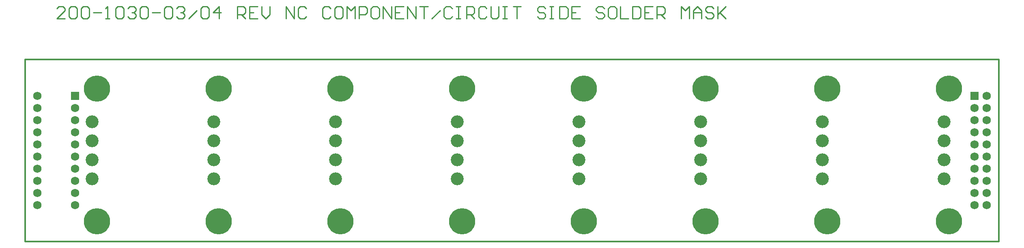
<source format=gbs>
*%FSLAX23Y23*%
*%MOIN*%
G01*
%ADD11C,0.006*%
%ADD12C,0.007*%
%ADD13C,0.010*%
%ADD14C,0.012*%
%ADD15C,0.036*%
%ADD16C,0.055*%
%ADD17C,0.056*%
%ADD18C,0.062*%
%ADD19C,0.068*%
%ADD20C,0.075*%
%ADD21C,0.100*%
%ADD22C,0.106*%
%ADD23C,0.200*%
%ADD24C,0.210*%
%ADD25C,0.216*%
%ADD26C,0.220*%
%ADD27R,0.062X0.062*%
%ADD28R,0.068X0.068*%
%ADD29R,0.230X0.230*%
%ADD30R,0.250X0.250*%
D13*
X6168Y8873D02*
X6235D01*
X6168D02*
X6235Y8940D01*
Y8956D01*
X6218Y8973D01*
X6185D01*
X6168Y8956D01*
X6268D02*
X6285Y8973D01*
X6318D01*
X6335Y8956D01*
Y8890D01*
X6318Y8873D01*
X6285D01*
X6268Y8890D01*
Y8956D01*
X6368D02*
X6385Y8973D01*
X6418D01*
X6435Y8956D01*
Y8890D01*
X6418Y8873D01*
X6385D01*
X6368Y8890D01*
Y8956D01*
X6468Y8923D02*
X6535D01*
X6568Y8873D02*
X6601D01*
X6585D01*
Y8973D01*
X6586D01*
X6585D02*
X6568Y8956D01*
X6651D02*
X6668Y8973D01*
X6701D01*
X6718Y8956D01*
Y8890D01*
X6701Y8873D01*
X6668D01*
X6651Y8890D01*
Y8956D01*
X6751D02*
X6768Y8973D01*
X6801D01*
X6818Y8956D01*
Y8940D01*
X6819D01*
X6818D02*
X6819D01*
X6818D02*
X6819D01*
X6818D02*
X6801Y8923D01*
X6784D01*
X6801D01*
X6818Y8906D01*
Y8890D01*
X6801Y8873D01*
X6768D01*
X6751Y8890D01*
X6851Y8956D02*
X6868Y8973D01*
X6901D01*
X6918Y8956D01*
Y8890D01*
X6901Y8873D01*
X6868D01*
X6851Y8890D01*
Y8956D01*
X6951Y8923D02*
X7018D01*
X7051Y8956D02*
X7068Y8973D01*
X7101D01*
X7118Y8956D01*
Y8890D01*
X7101Y8873D01*
X7068D01*
X7051Y8890D01*
Y8956D01*
X7151D02*
X7168Y8973D01*
X7201D01*
X7218Y8956D01*
Y8940D01*
X7219D01*
X7218D02*
X7219D01*
X7218D02*
X7219D01*
X7218D02*
X7201Y8923D01*
X7184D01*
X7201D01*
X7218Y8906D01*
Y8890D01*
X7201Y8873D01*
X7168D01*
X7151Y8890D01*
X7251Y8873D02*
X7318Y8940D01*
X7351Y8956D02*
X7368Y8973D01*
X7401D01*
X7418Y8956D01*
Y8890D01*
X7401Y8873D01*
X7368D01*
X7351Y8890D01*
Y8956D01*
X7501Y8973D02*
Y8873D01*
X7451Y8923D02*
X7501Y8973D01*
X7518Y8923D02*
X7451D01*
X7651Y8873D02*
Y8973D01*
X7701D01*
X7717Y8956D01*
Y8923D01*
X7701Y8906D01*
X7651D01*
X7684D02*
X7717Y8873D01*
X7751Y8973D02*
X7817D01*
X7751D02*
Y8873D01*
X7817D01*
X7784Y8923D02*
X7751D01*
X7851Y8906D02*
Y8973D01*
Y8906D02*
X7884Y8873D01*
X7917Y8906D01*
Y8973D01*
X8051D02*
Y8873D01*
X8117D02*
X8051Y8973D01*
X8117D02*
Y8873D01*
X8217Y8956D02*
X8201Y8973D01*
X8167D01*
X8151Y8956D01*
Y8890D01*
X8167Y8873D01*
X8201D01*
X8217Y8890D01*
X8401Y8973D02*
X8417Y8956D01*
X8401Y8973D02*
X8367D01*
X8351Y8956D01*
Y8890D01*
X8367Y8873D01*
X8401D01*
X8417Y8890D01*
X8467Y8973D02*
X8501D01*
X8467D02*
X8451Y8956D01*
Y8890D01*
X8467Y8873D01*
X8501D01*
X8517Y8890D01*
Y8956D01*
X8501Y8973D01*
X8551D02*
Y8873D01*
X8584Y8940D02*
X8551Y8973D01*
X8584Y8940D02*
X8617Y8973D01*
Y8873D01*
X8651D02*
Y8973D01*
X8701D01*
X8717Y8956D01*
Y8923D01*
X8701Y8906D01*
X8651D01*
X8767Y8973D02*
X8800D01*
X8767D02*
X8750Y8956D01*
Y8890D01*
X8767Y8873D01*
X8800D01*
X8817Y8890D01*
Y8956D01*
X8800Y8973D01*
X8850D02*
Y8873D01*
X8917D02*
X8850Y8973D01*
X8917D02*
Y8873D01*
X8950Y8973D02*
X9017D01*
X8950D02*
Y8873D01*
X9017D01*
X8984Y8923D02*
X8950D01*
X9050Y8873D02*
Y8973D01*
X9117Y8873D01*
Y8973D01*
X9150D02*
X9217D01*
X9184D01*
Y8873D01*
X9250D02*
X9317Y8940D01*
X9400Y8973D02*
X9417Y8956D01*
X9400Y8973D02*
X9367D01*
X9350Y8956D01*
Y8890D01*
X9367Y8873D01*
X9400D01*
X9417Y8890D01*
X9450Y8973D02*
X9484D01*
X9467D01*
Y8873D01*
X9450D01*
X9484D01*
X9534D02*
Y8973D01*
X9584D01*
X9600Y8956D01*
Y8923D01*
X9584Y8906D01*
X9534D01*
X9567D02*
X9600Y8873D01*
X9700Y8956D02*
X9684Y8973D01*
X9650D01*
X9634Y8956D01*
Y8890D01*
X9650Y8873D01*
X9684D01*
X9700Y8890D01*
X9734D02*
Y8973D01*
Y8890D02*
X9750Y8873D01*
X9783D01*
X9800Y8890D01*
Y8973D01*
X9833D02*
X9867D01*
X9850D01*
Y8873D01*
X9833D01*
X9867D01*
X9917Y8973D02*
X9983D01*
X9950D01*
Y8873D01*
X10167Y8973D02*
X10183Y8956D01*
X10167Y8973D02*
X10133D01*
X10117Y8956D01*
Y8940D01*
X10133Y8923D01*
X10167D01*
X10183Y8906D01*
Y8890D01*
X10167Y8873D01*
X10133D01*
X10117Y8890D01*
X10217Y8973D02*
X10250D01*
X10233D01*
Y8873D01*
X10217D01*
X10250D01*
X10300D02*
Y8973D01*
Y8873D02*
X10350D01*
X10367Y8890D01*
Y8956D01*
X10350Y8973D01*
X10300D01*
X10400D02*
X10467D01*
X10400D02*
Y8873D01*
X10467D01*
X10433Y8923D02*
X10400D01*
X10650Y8973D02*
X10667Y8956D01*
X10650Y8973D02*
X10617D01*
X10600Y8956D01*
Y8940D01*
X10617Y8923D01*
X10650D01*
X10667Y8906D01*
Y8890D01*
X10650Y8873D01*
X10617D01*
X10600Y8890D01*
X10717Y8973D02*
X10750D01*
X10717D02*
X10700Y8956D01*
Y8890D01*
X10717Y8873D01*
X10750D01*
X10767Y8890D01*
Y8956D01*
X10750Y8973D01*
X10800D02*
Y8873D01*
X10866D01*
X10900D02*
Y8973D01*
Y8873D02*
X10950D01*
X10966Y8890D01*
Y8956D01*
X10950Y8973D01*
X10900D01*
X11000D02*
X11066D01*
X11000D02*
Y8873D01*
X11066D01*
X11033Y8923D02*
X11000D01*
X11100Y8873D02*
Y8973D01*
X11150D01*
X11166Y8956D01*
Y8923D01*
X11150Y8906D01*
X11100D01*
X11133D02*
X11166Y8873D01*
X11300D02*
Y8973D01*
X11333Y8940D01*
X11366Y8973D01*
Y8873D01*
X11400D02*
Y8940D01*
X11433Y8973D01*
X11466Y8940D01*
Y8873D01*
Y8923D01*
X11400D01*
X11550Y8973D02*
X11566Y8956D01*
X11550Y8973D02*
X11516D01*
X11500Y8956D01*
Y8940D01*
X11516Y8923D01*
X11550D01*
X11566Y8906D01*
Y8890D01*
X11550Y8873D01*
X11516D01*
X11500Y8890D01*
X11600Y8873D02*
Y8973D01*
Y8906D02*
Y8873D01*
Y8906D02*
X11666Y8973D01*
X11616Y8923D01*
X11666Y8873D01*
D14*
X13908Y8538D02*
X5908D01*
Y7038D02*
X13908D01*
X5908D02*
Y8538D01*
X13908D02*
Y7038D01*
D19*
X13808Y8238D02*
D03*
X13708Y8138D02*
D03*
X13808D02*
D03*
X13708Y8038D02*
D03*
X13808D02*
D03*
X13708Y7938D02*
D03*
X13808D02*
D03*
X13708Y7838D02*
D03*
X13808D02*
D03*
X13708Y7738D02*
D03*
X13808D02*
D03*
X13708Y7638D02*
D03*
X13808D02*
D03*
X13708Y7538D02*
D03*
X13808D02*
D03*
X13708Y7438D02*
D03*
X13808D02*
D03*
X13708Y7338D02*
D03*
X13808D02*
D03*
X6318Y7638D02*
D03*
Y8038D02*
D03*
Y7738D02*
D03*
Y8138D02*
D03*
Y7938D02*
D03*
Y7838D02*
D03*
Y7538D02*
D03*
Y7438D02*
D03*
Y7338D02*
D03*
X6008Y8238D02*
D03*
Y8138D02*
D03*
Y8038D02*
D03*
Y7938D02*
D03*
Y7838D02*
D03*
Y7738D02*
D03*
Y7638D02*
D03*
Y7538D02*
D03*
Y7438D02*
D03*
Y7338D02*
D03*
D22*
X13458Y7866D02*
D03*
Y8022D02*
D03*
Y7710D02*
D03*
Y7554D02*
D03*
X11458Y7866D02*
D03*
Y8022D02*
D03*
Y7710D02*
D03*
Y7554D02*
D03*
X12458Y7866D02*
D03*
Y8022D02*
D03*
Y7710D02*
D03*
Y7554D02*
D03*
X10458Y7866D02*
D03*
Y8022D02*
D03*
Y7710D02*
D03*
Y7554D02*
D03*
X8458Y7866D02*
D03*
Y8022D02*
D03*
Y7710D02*
D03*
Y7554D02*
D03*
X9458Y7866D02*
D03*
Y8022D02*
D03*
Y7710D02*
D03*
Y7554D02*
D03*
X7458Y7866D02*
D03*
Y8022D02*
D03*
Y7710D02*
D03*
Y7554D02*
D03*
X6458Y7866D02*
D03*
Y8022D02*
D03*
Y7710D02*
D03*
Y7554D02*
D03*
D25*
X13498Y8298D02*
D03*
Y7203D02*
D03*
X11498Y8298D02*
D03*
X12498D02*
D03*
X11498Y7203D02*
D03*
X12498D02*
D03*
X10498Y8298D02*
D03*
Y7203D02*
D03*
X9498Y8298D02*
D03*
X8498D02*
D03*
Y7203D02*
D03*
X9498D02*
D03*
X6498Y8298D02*
D03*
X7498D02*
D03*
Y7203D02*
D03*
X6498D02*
D03*
D28*
X13708Y8238D02*
D03*
X6318D02*
D03*
M02*

</source>
